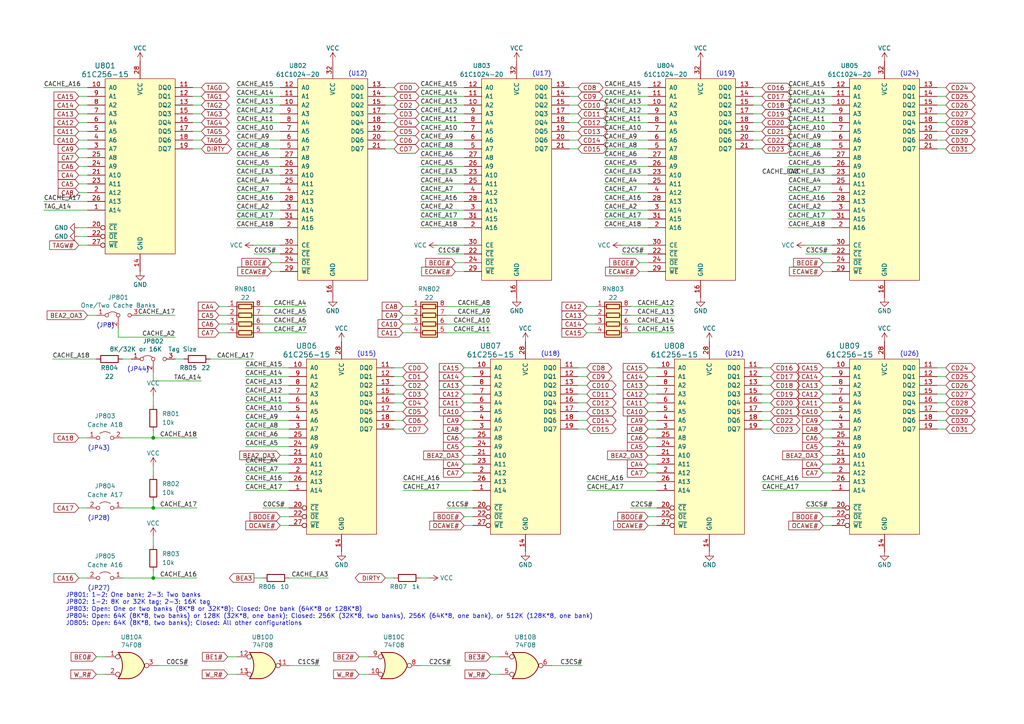
<source format=kicad_sch>
(kicad_sch (version 20211123) (generator eeschema)
  (paper "A4")
  (title_block (title "486 Sandy River Motherboard"))
  (lib_symbols
    (symbol "74xx:74LS08" (pin_names (offset 1.016))
      (property "Reference" "U" (at 0 1.27 0))
      (property "Value" "74LS08" (at 0 -1.27 0))
      (symbol "74LS08_1_1"
        (pin input line (at -7.62 2.54 0) (length 3.81) (name "~") (number "1"))
        (pin input line (at -7.62 -2.54 0) (length 3.81) (name "~") (number "2"))
        (pin output line (at 7.62 0 180) (length 3.81) (name "~") (number "3"))
      )
      (symbol "74LS08_1_2"
        (pin input inverted (at -7.62 2.54 0) (length 4.318) (name "~") (number "1"))
        (pin input inverted (at -7.62 -2.54 0) (length 4.318) (name "~") (number "2"))
        (pin output inverted (at 7.62 0 180) (length 3.81) (name "~") (number "3"))
      )
      (symbol "74LS08_2_1"
        (pin input line (at -7.62 2.54 0) (length 3.81) (name "~") (number "4"))
        (pin input line (at -7.62 -2.54 0) (length 3.81) (name "~") (number "5"))
        (pin output line (at 7.62 0 180) (length 3.81) (name "~") (number "6"))
      )
      (symbol "74LS08_2_2"
        (pin input inverted (at -7.62 2.54 0) (length 4.318) (name "~") (number "4"))
        (pin input inverted (at -7.62 -2.54 0) (length 4.318) (name "~") (number "5"))
        (pin output inverted (at 7.62 0 180) (length 3.81) (name "~") (number "6"))
      )
      (symbol "74LS08_3_1"
        (pin input line (at -7.62 -2.54 0) (length 3.81) (name "~") (number "10"))
        (pin output line (at 7.62 0 180) (length 3.81) (name "~") (number "8"))
        (pin input line (at -7.62 2.54 0) (length 3.81) (name "~") (number "9"))
      )
      (symbol "74LS08_3_2"
        (pin input inverted (at -7.62 -2.54 0) (length 4.318) (name "~") (number "10"))
        (pin output inverted (at 7.62 0 180) (length 3.81) (name "~") (number "8"))
        (pin input inverted (at -7.62 2.54 0) (length 4.318) (name "~") (number "9"))
      )
      (symbol "74LS08_4_1"
        (pin output line (at 7.62 0 180) (length 3.81) (name "~") (number "11"))
        (pin input line (at -7.62 2.54 0) (length 3.81) (name "~") (number "12"))
        (pin input line (at -7.62 -2.54 0) (length 3.81) (name "~") (number "13"))
      )
      (symbol "74LS08_4_2"
        (pin output inverted (at 7.62 0 180) (length 3.81) (name "~") (number "11"))
        (pin input inverted (at -7.62 2.54 0) (length 4.318) (name "~") (number "12"))
        (pin input inverted (at -7.62 -2.54 0) (length 4.318) (name "~") (number "13"))
      )
      (symbol "74LS08_5_0"
        (pin power_in line (at 0 12.7 270) (length 5.08) (name "VCC") (number "14"))
        (pin power_in line (at 0 -12.7 90) (length 5.08) (name "GND") (number "7"))
      )
    )
    (symbol "Device:R" (pin_numbers hide) (pin_names (offset 0))
      (property "Reference" "R" (at 2.032 0 90))
      (property "Value" "R" (at 0 0 90))
      (symbol "R_1_1"
        (pin passive line (at 0 3.81 270) (length 1.27) (name "~") (number "1"))
        (pin passive line (at 0 -3.81 90) (length 1.27) (name "~") (number "2"))
      )
    )
    (symbol "Device:R_Pack04" (pin_names (offset 0) hide)
      (property "Reference" "RN" (at -7.62 0 90))
      (property "Value" "R_Pack04" (at 5.08 0 90))
      (symbol "R_Pack04_1_1"
        (pin passive line (at -5.08 -5.08 90) (length 2.54) (name "R1.1") (number "1"))
        (pin passive line (at -2.54 -5.08 90) (length 2.54) (name "R2.1") (number "2"))
        (pin passive line (at 0 -5.08 90) (length 2.54) (name "R3.1") (number "3"))
        (pin passive line (at 2.54 -5.08 90) (length 2.54) (name "R4.1") (number "4"))
        (pin passive line (at 2.54 5.08 270) (length 2.54) (name "R4.2") (number "5"))
        (pin passive line (at 0 5.08 270) (length 2.54) (name "R3.2") (number "6"))
        (pin passive line (at -2.54 5.08 270) (length 2.54) (name "R2.2") (number "7"))
        (pin passive line (at -5.08 5.08 270) (length 2.54) (name "R1.2") (number "8"))
      )
    )
    (symbol "Jumper:Jumper_2_Open" (pin_names (offset 0) hide)
      (property "Reference" "JP" (at 0 2.794 0))
      (property "Value" "Jumper_2_Open" (at 0 -2.286 0))
      (symbol "Jumper_2_Open_1_1"
        (pin passive line (at -5.08 0 0) (length 2.54) (name "A") (number "1"))
        (pin passive line (at 5.08 0 180) (length 2.54) (name "B") (number "2"))
      )
    )
    (symbol "my_components:AS6C1008" (pin_names (offset 1.016))
      (property "Reference" "U" (at -7.62 33.02 0))
      (property "Value" "AS6C1008" (at -7.62 30.48 0))
      (symbol "AS6C1008_1_1"
        (pin no_connect line (at -10.16 -16.51 0) (length 0) hide (name "NC") (number "1"))
        (pin input line (at -15.24 21.59 0) (length 5.08) (name "A2") (number "10"))
        (pin input line (at -15.24 24.13 0) (length 5.08) (name "A1") (number "11"))
        (pin input line (at -15.24 26.67 0) (length 5.08) (name "A0") (number "12"))
        (pin bidirectional line (at 15.24 26.67 180) (length 5.08) (name "DQ0") (number "13"))
        (pin bidirectional line (at 15.24 24.13 180) (length 5.08) (name "DQ1") (number "14"))
        (pin bidirectional line (at 15.24 21.59 180) (length 5.08) (name "DQ2") (number "15"))
        (pin power_in line (at 0 -34.29 90) (length 5.08) (name "GND") (number "16"))
        (pin bidirectional line (at 15.24 19.05 180) (length 5.08) (name "DQ3") (number "17"))
        (pin bidirectional line (at 15.24 16.51 180) (length 5.08) (name "DQ4") (number "18"))
        (pin bidirectional line (at 15.24 13.97 180) (length 5.08) (name "DQ5") (number "19"))
        (pin input line (at -15.24 -13.97 0) (length 5.08) (name "A16") (number "2"))
        (pin bidirectional line (at 15.24 11.43 180) (length 5.08) (name "DQ6") (number "20"))
        (pin bidirectional line (at 15.24 8.89 180) (length 5.08) (name "DQ7") (number "21"))
        (pin input line (at -15.24 -21.59 0) (length 5.08) (name "~{CE}") (number "22"))
        (pin input line (at -15.24 1.27 0) (length 5.08) (name "A10") (number "23"))
        (pin input line (at -15.24 -24.13 0) (length 5.08) (name "~{OE}") (number "24"))
        (pin input line (at -15.24 -1.27 0) (length 5.08) (name "A11") (number "25"))
        (pin input line (at -15.24 3.81 0) (length 5.08) (name "A9") (number "26"))
        (pin input line (at -15.24 6.35 0) (length 5.08) (name "A8") (number "27"))
        (pin input line (at -15.24 -6.35 0) (length 5.08) (name "A13") (number "28"))
        (pin input line (at -15.24 -26.67 0) (length 5.08) (name "~{WE}") (number "29"))
        (pin input line (at -15.24 -8.89 0) (length 5.08) (name "A14") (number "3"))
        (pin input line (at -15.24 -19.05 0) (length 5.08) (name "CE") (number "30"))
        (pin input line (at -15.24 -11.43 0) (length 5.08) (name "A15") (number "31"))
        (pin power_in line (at 0 34.29 270) (length 5.08) (name "VCC") (number "32"))
        (pin input line (at -15.24 -3.81 0) (length 5.08) (name "A12") (number "4"))
        (pin input line (at -15.24 8.89 0) (length 5.08) (name "A7") (number "5"))
        (pin input line (at -15.24 11.43 0) (length 5.08) (name "A6") (number "6"))
        (pin input line (at -15.24 13.97 0) (length 5.08) (name "A5") (number "7"))
        (pin input line (at -15.24 16.51 0) (length 5.08) (name "A4") (number "8"))
        (pin input line (at -15.24 19.05 0) (length 5.08) (name "A3") (number "9"))
      )
    )
    (symbol "my_components:AS6C62256" (pin_names (offset 1.016))
      (property "Reference" "U" (at -10.16 26.67 0))
      (property "Value" "AS6C62256" (at -10.16 -26.67 0))
      (symbol "AS6C62256_1_1"
        (pin input line (at -15.24 -12.7 0) (length 5.08) (name "A14") (number "1"))
        (pin input line (at -15.24 22.86 0) (length 5.08) (name "A0") (number "10"))
        (pin bidirectional line (at 15.24 22.86 180) (length 5.08) (name "DQ0") (number "11"))
        (pin bidirectional line (at 15.24 20.32 180) (length 5.08) (name "DQ1") (number "12"))
        (pin bidirectional line (at 15.24 17.78 180) (length 5.08) (name "DQ2") (number "13"))
        (pin power_in line (at 0 -30.48 90) (length 5.08) (name "GND") (number "14"))
        (pin bidirectional line (at 15.24 15.24 180) (length 5.08) (name "DQ3") (number "15"))
        (pin bidirectional line (at 15.24 12.7 180) (length 5.08) (name "DQ4") (number "16"))
        (pin bidirectional line (at 15.24 10.16 180) (length 5.08) (name "DQ5") (number "17"))
        (pin bidirectional line (at 15.24 7.62 180) (length 5.08) (name "DQ6") (number "18"))
        (pin bidirectional line (at 15.24 5.08 180) (length 5.08) (name "DQ7") (number "19"))
        (pin input line (at -15.24 -7.62 0) (length 5.08) (name "A12") (number "2"))
        (pin input inverted (at -15.24 -17.78 0) (length 5.08) (name "~{CE}") (number "20"))
        (pin input line (at -15.24 -2.54 0) (length 5.08) (name "A10") (number "21"))
        (pin input inverted (at -15.24 -20.32 0) (length 5.08) (name "~{OE}") (number "22"))
        (pin input line (at -15.24 -5.08 0) (length 5.08) (name "A11") (number "23"))
        (pin input line (at -15.24 0 0) (length 5.08) (name "A9") (number "24"))
        (pin input line (at -15.24 2.54 0) (length 5.08) (name "A8") (number "25"))
        (pin input line (at -15.24 -10.16 0) (length 5.08) (name "A13") (number "26"))
        (pin input inverted (at -15.24 -22.86 0) (length 5.08) (name "~{WE}") (number "27"))
        (pin power_in line (at 0 30.48 270) (length 5.08) (name "VCC") (number "28"))
        (pin input line (at -15.24 5.08 0) (length 5.08) (name "A7") (number "3"))
        (pin input line (at -15.24 7.62 0) (length 5.08) (name "A6") (number "4"))
        (pin input line (at -15.24 10.16 0) (length 5.08) (name "A5") (number "5"))
        (pin input line (at -15.24 12.7 0) (length 5.08) (name "A4") (number "6"))
        (pin input line (at -15.24 15.24 0) (length 5.08) (name "A3") (number "7"))
        (pin input line (at -15.24 17.78 0) (length 5.08) (name "A2") (number "8"))
        (pin input line (at -15.24 20.32 0) (length 5.08) (name "A1") (number "9"))
      )
    )
    (symbol "my_components:Jumper_3_Bridged12_Passive" (pin_names (offset 0) hide)
      (property "Reference" "JP" (at -2.54 -2.54 0))
      (property "Value" "Jumper_3_Bridged12_Passive" (at 0 2.794 0))
      (symbol "Jumper_3_Bridged12_Passive_1_1"
        (pin passive line (at -6.35 0 0) (length 2.54) (name "A") (number "1"))
        (pin passive line (at 0 -3.81 90) (length 2.54) (name "C") (number "2"))
        (pin passive line (at 6.35 0 180) (length 2.54) (name "B") (number "3"))
      )
    )
    (symbol "power:GND" (power) (pin_names (offset 0))
      (property "Value" "GND" (at 0 -3.81 0))
      (symbol "GND_1_1"
        (pin power_in line (at 0 0 270) (length 0) hide (name "GND") (number "1"))
      )
    )
    (symbol "power:VCC" (power) (pin_names (offset 0))
      (property "Value" "VCC" (at 0 3.81 0))
      (symbol "VCC_1_1"
        (pin power_in line (at 0 0 90) (length 0) hide (name "VCC") (number "1"))
      )
    )
  )
  (junction (at 44.45 147.32))
  (junction (at 44.45 127))
  (junction (at 44.45 167.64))
  (wire (pts (xy 134.62 45.72) (xy 121.92 45.72)))
  (wire (pts (xy 167.64 119.38) (xy 170.18 119.38)))
  (wire (pts (xy 73.66 167.64) (xy 76.2 167.64)))
  (wire (pts (xy 83.82 114.3) (xy 71.12 114.3)))
  (wire (pts (xy 271.78 109.22) (xy 274.32 109.22)))
  (wire (pts (xy 119.38 91.44) (xy 116.84 91.44)))
  (wire (pts (xy 137.16 149.86) (xy 134.62 149.86)))
  (wire (pts (xy 25.4 60.96) (xy 12.7 60.96)))
  (wire (pts (xy 218.44 25.4) (xy 220.98 25.4)))
  (wire (pts (xy 137.16 114.3) (xy 134.62 114.3)))
  (wire (pts (xy 116.84 142.24) (xy 137.16 142.24)))
  (wire (pts (xy 81.28 30.48) (xy 68.58 30.48)))
  (wire (pts (xy 167.64 109.22) (xy 170.18 109.22)))
  (wire (pts (xy 34.29 97.79) (xy 34.29 95.25)))
  (wire (pts (xy 241.3 134.62) (xy 238.76 134.62)))
  (wire (pts (xy 60.96 104.14) (xy 73.66 104.14)))
  (wire (pts (xy 187.96 60.96) (xy 175.26 60.96)))
  (wire (pts (xy 114.3 124.46) (xy 116.84 124.46)))
  (wire (pts (xy 137.16 139.7) (xy 116.84 139.7)))
  (wire (pts (xy 83.82 132.08) (xy 81.28 132.08)))
  (wire (pts (xy 190.5 149.86) (xy 187.96 149.86)))
  (wire (pts (xy 81.28 45.72) (xy 68.58 45.72)))
  (wire (pts (xy 241.3 132.08) (xy 238.76 132.08)))
  (wire (pts (xy 241.3 139.7) (xy 220.98 139.7)))
  (wire (pts (xy 271.78 119.38) (xy 274.32 119.38)))
  (wire (pts (xy 25.4 40.64) (xy 22.86 40.64)))
  (wire (pts (xy 134.62 35.56) (xy 121.92 35.56)))
  (wire (pts (xy 228.6 63.5) (xy 241.3 63.5)))
  (wire (pts (xy 165.1 27.94) (xy 167.64 27.94)))
  (wire (pts (xy 241.3 137.16) (xy 238.76 137.16)))
  (wire (pts (xy 25.4 71.12) (xy 22.86 71.12)))
  (wire (pts (xy 220.98 119.38) (xy 223.52 119.38)))
  (wire (pts (xy 137.16 121.92) (xy 134.62 121.92)))
  (wire (pts (xy 241.3 116.84) (xy 238.76 116.84)))
  (wire (pts (xy 30.48 195.58) (xy 27.94 195.58)))
  (wire (pts (xy 182.88 91.44) (xy 195.58 91.44)))
  (wire (pts (xy 76.2 93.98) (xy 88.9 93.98)))
  (wire (pts (xy 220.98 121.92) (xy 223.52 121.92)))
  (wire (pts (xy 55.88 43.18) (xy 58.42 43.18)))
  (wire (pts (xy 15.24 104.14) (xy 27.94 104.14)))
  (wire (pts (xy 218.44 33.02) (xy 220.98 33.02)))
  (wire (pts (xy 220.98 109.22) (xy 223.52 109.22)))
  (wire (pts (xy 167.64 111.76) (xy 170.18 111.76)))
  (wire (pts (xy 44.45 155.575) (xy 44.45 158.115)))
  (wire (pts (xy 271.78 106.68) (xy 274.32 106.68)))
  (wire (pts (xy 27.94 190.5) (xy 30.48 190.5)))
  (wire (pts (xy 114.3 121.92) (xy 116.84 121.92)))
  (wire (pts (xy 81.28 60.96) (xy 68.58 60.96)))
  (wire (pts (xy 271.78 30.48) (xy 274.32 30.48)))
  (wire (pts (xy 220.98 111.76) (xy 223.52 111.76)))
  (wire (pts (xy 35.56 127) (xy 44.45 127)))
  (wire (pts (xy 241.3 27.94) (xy 228.6 27.94)))
  (wire (pts (xy 187.96 53.34) (xy 175.26 53.34)))
  (wire (pts (xy 55.88 40.64) (xy 58.42 40.64)))
  (wire (pts (xy 167.64 121.92) (xy 170.18 121.92)))
  (wire (pts (xy 190.5 111.76) (xy 187.96 111.76)))
  (wire (pts (xy 137.16 152.4) (xy 134.62 152.4)))
  (wire (pts (xy 271.78 114.3) (xy 274.32 114.3)))
  (wire (pts (xy 121.92 66.04) (xy 134.62 66.04)))
  (wire (pts (xy 81.28 53.34) (xy 68.58 53.34)))
  (wire (pts (xy 76.2 96.52) (xy 88.9 96.52)))
  (wire (pts (xy 241.3 53.34) (xy 228.6 53.34)))
  (wire (pts (xy 172.72 96.52) (xy 170.18 96.52)))
  (wire (pts (xy 165.1 40.64) (xy 167.64 40.64)))
  (wire (pts (xy 190.5 121.92) (xy 187.96 121.92)))
  (wire (pts (xy 187.96 35.56) (xy 175.26 35.56)))
  (wire (pts (xy 241.3 35.56) (xy 228.6 35.56)))
  (wire (pts (xy 83.82 147.32) (xy 76.2 147.32)))
  (wire (pts (xy 134.62 48.26) (xy 121.92 48.26)))
  (wire (pts (xy 190.5 147.32) (xy 182.88 147.32)))
  (wire (pts (xy 35.56 167.64) (xy 44.45 167.64)))
  (wire (pts (xy 165.1 43.18) (xy 167.64 43.18)))
  (wire (pts (xy 137.16 116.84) (xy 134.62 116.84)))
  (wire (pts (xy 165.1 38.1) (xy 167.64 38.1)))
  (wire (pts (xy 111.76 35.56) (xy 114.3 35.56)))
  (wire (pts (xy 187.96 73.66) (xy 180.34 73.66)))
  (wire (pts (xy 182.88 93.98) (xy 195.58 93.98)))
  (wire (pts (xy 190.5 109.22) (xy 187.96 109.22)))
  (wire (pts (xy 241.3 40.64) (xy 228.6 40.64)))
  (wire (pts (xy 187.96 78.74) (xy 185.42 78.74)))
  (wire (pts (xy 167.64 116.84) (xy 170.18 116.84)))
  (wire (pts (xy 241.3 33.02) (xy 228.6 33.02)))
  (wire (pts (xy 55.88 33.02) (xy 58.42 33.02)))
  (wire (pts (xy 81.28 25.4) (xy 68.58 25.4)))
  (wire (pts (xy 137.16 137.16) (xy 134.62 137.16)))
  (wire (pts (xy 66.04 93.98) (xy 63.5 93.98)))
  (wire (pts (xy 25.4 91.44) (xy 27.94 91.44)))
  (wire (pts (xy 172.72 88.9) (xy 170.18 88.9)))
  (wire (pts (xy 165.1 35.56) (xy 167.64 35.56)))
  (wire (pts (xy 106.68 195.58) (xy 104.14 195.58)))
  (wire (pts (xy 121.92 167.64) (xy 124.46 167.64)))
  (wire (pts (xy 45.72 193.04) (xy 54.61 193.04)))
  (wire (pts (xy 44.45 167.64) (xy 44.45 165.735)))
  (wire (pts (xy 220.98 142.24) (xy 241.3 142.24)))
  (wire (pts (xy 134.62 76.2) (xy 132.08 76.2)))
  (wire (pts (xy 114.3 114.3) (xy 116.84 114.3)))
  (wire (pts (xy 241.3 25.4) (xy 228.6 25.4)))
  (wire (pts (xy 187.96 48.26) (xy 175.26 48.26)))
  (wire (pts (xy 81.28 71.12) (xy 73.66 71.12)))
  (wire (pts (xy 182.88 96.52) (xy 195.58 96.52)))
  (wire (pts (xy 83.82 149.86) (xy 81.28 149.86)))
  (wire (pts (xy 190.5 132.08) (xy 187.96 132.08)))
  (wire (pts (xy 137.16 106.68) (xy 134.62 106.68)))
  (wire (pts (xy 167.64 106.68) (xy 170.18 106.68)))
  (wire (pts (xy 83.82 119.38) (xy 71.12 119.38)))
  (wire (pts (xy 25.4 48.26) (xy 22.86 48.26)))
  (wire (pts (xy 129.54 93.98) (xy 142.24 93.98)))
  (wire (pts (xy 190.5 127) (xy 187.96 127)))
  (wire (pts (xy 271.78 33.02) (xy 274.32 33.02)))
  (wire (pts (xy 81.28 76.2) (xy 78.74 76.2)))
  (wire (pts (xy 187.96 30.48) (xy 175.26 30.48)))
  (wire (pts (xy 241.3 48.26) (xy 228.6 48.26)))
  (wire (pts (xy 83.82 116.84) (xy 71.12 116.84)))
  (wire (pts (xy 187.96 25.4) (xy 175.26 25.4)))
  (wire (pts (xy 50.8 104.14) (xy 53.34 104.14)))
  (wire (pts (xy 114.3 119.38) (xy 116.84 119.38)))
  (wire (pts (xy 68.58 63.5) (xy 81.28 63.5)))
  (wire (pts (xy 241.3 152.4) (xy 238.76 152.4)))
  (wire (pts (xy 190.5 116.84) (xy 187.96 116.84)))
  (wire (pts (xy 187.96 38.1) (xy 175.26 38.1)))
  (wire (pts (xy 83.82 129.54) (xy 71.12 129.54)))
  (wire (pts (xy 134.62 27.94) (xy 121.92 27.94)))
  (wire (pts (xy 129.54 91.44) (xy 142.24 91.44)))
  (wire (pts (xy 271.78 124.46) (xy 274.32 124.46)))
  (wire (pts (xy 81.28 40.64) (xy 68.58 40.64)))
  (wire (pts (xy 187.96 76.2) (xy 185.42 76.2)))
  (wire (pts (xy 114.3 111.76) (xy 116.84 111.76)))
  (wire (pts (xy 119.38 96.52) (xy 116.84 96.52)))
  (wire (pts (xy 83.82 152.4) (xy 81.28 152.4)))
  (wire (pts (xy 129.54 88.9) (xy 142.24 88.9)))
  (wire (pts (xy 218.44 38.1) (xy 220.98 38.1)))
  (wire (pts (xy 190.5 137.16) (xy 187.96 137.16)))
  (wire (pts (xy 241.3 71.12) (xy 233.68 71.12)))
  (wire (pts (xy 271.78 27.94) (xy 274.32 27.94)))
  (wire (pts (xy 241.3 124.46) (xy 238.76 124.46)))
  (wire (pts (xy 111.76 27.94) (xy 114.3 27.94)))
  (wire (pts (xy 137.16 134.62) (xy 134.62 134.62)))
  (wire (pts (xy 190.5 134.62) (xy 187.96 134.62)))
  (wire (pts (xy 241.3 58.42) (xy 228.6 58.42)))
  (wire (pts (xy 12.7 25.4) (xy 25.4 25.4)))
  (wire (pts (xy 187.96 45.72) (xy 175.26 45.72)))
  (wire (pts (xy 218.44 30.48) (xy 220.98 30.48)))
  (wire (pts (xy 241.3 50.8) (xy 228.6 50.8)))
  (wire (pts (xy 167.64 124.46) (xy 170.18 124.46)))
  (wire (pts (xy 241.3 121.92) (xy 238.76 121.92)))
  (wire (pts (xy 111.76 38.1) (xy 114.3 38.1)))
  (wire (pts (xy 134.62 60.96) (xy 121.92 60.96)))
  (wire (pts (xy 44.45 147.32) (xy 57.15 147.32)))
  (wire (pts (xy 83.82 111.76) (xy 71.12 111.76)))
  (wire (pts (xy 111.76 167.64) (xy 114.3 167.64)))
  (wire (pts (xy 220.98 114.3) (xy 223.52 114.3)))
  (wire (pts (xy 187.96 27.94) (xy 175.26 27.94)))
  (wire (pts (xy 134.62 55.88) (xy 121.92 55.88)))
  (wire (pts (xy 228.6 66.04) (xy 241.3 66.04)))
  (wire (pts (xy 83.82 109.22) (xy 71.12 109.22)))
  (wire (pts (xy 55.88 25.4) (xy 58.42 25.4)))
  (wire (pts (xy 134.62 78.74) (xy 132.08 78.74)))
  (wire (pts (xy 129.54 96.52) (xy 142.24 96.52)))
  (wire (pts (xy 218.44 43.18) (xy 220.98 43.18)))
  (wire (pts (xy 175.26 63.5) (xy 187.96 63.5)))
  (wire (pts (xy 241.3 76.2) (xy 238.76 76.2)))
  (wire (pts (xy 137.16 127) (xy 134.62 127)))
  (wire (pts (xy 220.98 124.46) (xy 223.52 124.46)))
  (wire (pts (xy 81.28 73.66) (xy 73.66 73.66)))
  (wire (pts (xy 190.5 106.68) (xy 187.96 106.68)))
  (wire (pts (xy 241.3 55.88) (xy 228.6 55.88)))
  (wire (pts (xy 114.3 109.22) (xy 116.84 109.22)))
  (wire (pts (xy 111.76 43.18) (xy 114.3 43.18)))
  (wire (pts (xy 55.88 27.94) (xy 58.42 27.94)))
  (wire (pts (xy 81.28 27.94) (xy 68.58 27.94)))
  (wire (pts (xy 81.28 43.18) (xy 68.58 43.18)))
  (wire (pts (xy 134.62 30.48) (xy 121.92 30.48)))
  (wire (pts (xy 25.4 38.1) (xy 22.86 38.1)))
  (wire (pts (xy 44.45 127) (xy 57.15 127)))
  (wire (pts (xy 134.62 25.4) (xy 121.92 25.4)))
  (wire (pts (xy 271.78 35.56) (xy 274.32 35.56)))
  (wire (pts (xy 165.1 33.02) (xy 167.64 33.02)))
  (wire (pts (xy 22.86 147.32) (xy 25.4 147.32)))
  (wire (pts (xy 111.76 25.4) (xy 114.3 25.4)))
  (wire (pts (xy 271.78 25.4) (xy 274.32 25.4)))
  (wire (pts (xy 76.2 91.44) (xy 88.9 91.44)))
  (wire (pts (xy 218.44 27.94) (xy 220.98 27.94)))
  (wire (pts (xy 40.64 91.44) (xy 50.8 91.44)))
  (wire (pts (xy 25.4 66.04) (xy 22.86 66.04)))
  (wire (pts (xy 83.82 167.64) (xy 95.25 167.64)))
  (wire (pts (xy 271.78 121.92) (xy 274.32 121.92)))
  (wire (pts (xy 83.82 193.04) (xy 92.71 193.04)))
  (wire (pts (xy 83.82 139.7) (xy 71.12 139.7)))
  (wire (pts (xy 137.16 124.46) (xy 134.62 124.46)))
  (wire (pts (xy 134.62 50.8) (xy 121.92 50.8)))
  (wire (pts (xy 44.45 135.255) (xy 44.45 137.795)))
  (wire (pts (xy 119.38 93.98) (xy 116.84 93.98)))
  (wire (pts (xy 121.92 63.5) (xy 134.62 63.5)))
  (wire (pts (xy 55.88 35.56) (xy 58.42 35.56)))
  (wire (pts (xy 134.62 43.18) (xy 121.92 43.18)))
  (wire (pts (xy 190.5 119.38) (xy 187.96 119.38)))
  (wire (pts (xy 165.1 30.48) (xy 167.64 30.48)))
  (wire (pts (xy 187.96 71.12) (xy 180.34 71.12)))
  (wire (pts (xy 187.96 50.8) (xy 175.26 50.8)))
  (wire (pts (xy 190.5 124.46) (xy 187.96 124.46)))
  (wire (pts (xy 241.3 60.96) (xy 228.6 60.96)))
  (wire (pts (xy 55.88 38.1) (xy 58.42 38.1)))
  (wire (pts (xy 241.3 111.76) (xy 238.76 111.76)))
  (wire (pts (xy 187.96 40.64) (xy 175.26 40.64)))
  (wire (pts (xy 220.98 116.84) (xy 223.52 116.84)))
  (wire (pts (xy 35.56 104.14) (xy 38.1 104.14)))
  (wire (pts (xy 22.86 167.64) (xy 25.4 167.64)))
  (wire (pts (xy 111.76 30.48) (xy 114.3 30.48)))
  (wire (pts (xy 144.78 195.58) (xy 142.24 195.58)))
  (wire (pts (xy 172.72 93.98) (xy 170.18 93.98)))
  (wire (pts (xy 81.28 48.26) (xy 68.58 48.26)))
  (wire (pts (xy 134.62 73.66) (xy 127 73.66)))
  (wire (pts (xy 190.5 129.54) (xy 187.96 129.54)))
  (wire (pts (xy 220.98 106.68) (xy 223.52 106.68)))
  (wire (pts (xy 119.38 88.9) (xy 116.84 88.9)))
  (wire (pts (xy 66.04 96.52) (xy 63.5 96.52)))
  (wire (pts (xy 241.3 129.54) (xy 238.76 129.54)))
  (wire (pts (xy 175.26 66.04) (xy 187.96 66.04)))
  (wire (pts (xy 241.3 106.68) (xy 238.76 106.68)))
  (wire (pts (xy 241.3 109.22) (xy 238.76 109.22)))
  (wire (pts (xy 68.58 195.58) (xy 66.04 195.58)))
  (wire (pts (xy 187.96 55.88) (xy 175.26 55.88)))
  (wire (pts (xy 187.96 43.18) (xy 175.26 43.18)))
  (wire (pts (xy 81.28 50.8) (xy 68.58 50.8)))
  (wire (pts (xy 218.44 35.56) (xy 220.98 35.56)))
  (wire (pts (xy 167.64 114.3) (xy 170.18 114.3)))
  (wire (pts (xy 271.78 111.76) (xy 274.32 111.76)))
  (wire (pts (xy 218.44 40.64) (xy 220.98 40.64)))
  (wire (pts (xy 121.92 193.04) (xy 130.81 193.04)))
  (wire (pts (xy 241.3 149.86) (xy 238.76 149.86)))
  (wire (pts (xy 134.62 38.1) (xy 121.92 38.1)))
  (wire (pts (xy 190.5 152.4) (xy 187.96 152.4)))
  (wire (pts (xy 190.5 139.7) (xy 170.18 139.7)))
  (wire (pts (xy 134.62 58.42) (xy 121.92 58.42)))
  (wire (pts (xy 12.7 58.42) (xy 25.4 58.42)))
  (wire (pts (xy 25.4 53.34) (xy 22.86 53.34)))
  (wire (pts (xy 137.16 129.54) (xy 134.62 129.54)))
  (wire (pts (xy 25.4 45.72) (xy 22.86 45.72)))
  (wire (pts (xy 241.3 127) (xy 238.76 127)))
  (wire (pts (xy 241.3 78.74) (xy 238.76 78.74)))
  (wire (pts (xy 165.1 25.4) (xy 167.64 25.4)))
  (wire (pts (xy 137.16 111.76) (xy 134.62 111.76)))
  (wire (pts (xy 83.82 127) (xy 71.12 127)))
  (wire (pts (xy 134.62 40.64) (xy 121.92 40.64)))
  (wire (pts (xy 81.28 55.88) (xy 68.58 55.88)))
  (wire (pts (xy 241.3 73.66) (xy 233.68 73.66)))
  (wire (pts (xy 137.16 132.08) (xy 134.62 132.08)))
  (wire (pts (xy 50.8 97.79) (xy 34.29 97.79)))
  (wire (pts (xy 160.02 193.04) (xy 168.91 193.04)))
  (wire (pts (xy 111.76 40.64) (xy 114.3 40.64)))
  (wire (pts (xy 241.3 45.72) (xy 228.6 45.72)))
  (wire (pts (xy 83.82 121.92) (xy 71.12 121.92)))
  (wire (pts (xy 187.96 58.42) (xy 175.26 58.42)))
  (wire (pts (xy 271.78 38.1) (xy 274.32 38.1)))
  (wire (pts (xy 137.16 119.38) (xy 134.62 119.38)))
  (wire (pts (xy 81.28 38.1) (xy 68.58 38.1)))
  (wire (pts (xy 81.28 33.02) (xy 68.58 33.02)))
  (wire (pts (xy 66.04 88.9) (xy 63.5 88.9)))
  (wire (pts (xy 66.04 190.5) (xy 68.58 190.5)))
  (wire (pts (xy 25.4 55.88) (xy 22.86 55.88)))
  (wire (pts (xy 134.62 33.02) (xy 121.92 33.02)))
  (wire (pts (xy 22.86 127) (xy 25.4 127)))
  (wire (pts (xy 55.88 30.48) (xy 58.42 30.48)))
  (wire (pts (xy 25.4 35.56) (xy 22.86 35.56)))
  (wire (pts (xy 241.3 119.38) (xy 238.76 119.38)))
  (wire (pts (xy 83.82 137.16) (xy 71.12 137.16)))
  (wire (pts (xy 25.4 33.02) (xy 22.86 33.02)))
  (wire (pts (xy 44.45 167.64) (xy 57.15 167.64)))
  (wire (pts (xy 44.45 127) (xy 44.45 125.095)))
  (wire (pts (xy 83.82 106.68) (xy 71.12 106.68)))
  (wire (pts (xy 44.45 107.95) (xy 44.45 110.49)))
  (wire (pts (xy 76.2 88.9) (xy 88.9 88.9)))
  (wire (pts (xy 44.45 147.32) (xy 44.45 145.415)))
  (wire (pts (xy 271.78 40.64) (xy 274.32 40.64)))
  (wire (pts (xy 114.3 106.68) (xy 116.84 106.68)))
  (wire (pts (xy 170.18 142.24) (xy 190.5 142.24)))
  (wire (pts (xy 190.5 114.3) (xy 187.96 114.3)))
  (wire (pts (xy 104.14 190.5) (xy 106.68 190.5)))
  (wire (pts (xy 25.4 30.48) (xy 22.86 30.48)))
  (wire (pts (xy 241.3 30.48) (xy 228.6 30.48)))
  (wire (pts (xy 81.28 58.42) (xy 68.58 58.42)))
  (wire (pts (xy 83.82 124.46) (xy 71.12 124.46)))
  (wire (pts (xy 44.45 110.49) (xy 58.42 110.49)))
  (wire (pts (xy 137.16 109.22) (xy 134.62 109.22)))
  (wire (pts (xy 271.78 116.84) (xy 274.32 116.84)))
  (wire (pts (xy 25.4 43.18) (xy 22.86 43.18)))
  (wire (pts (xy 271.78 43.18) (xy 274.32 43.18)))
  (wire (pts (xy 137.16 147.32) (xy 129.54 147.32)))
  (wire (pts (xy 134.62 71.12) (xy 127 71.12)))
  (wire (pts (xy 81.28 35.56) (xy 68.58 35.56)))
  (wire (pts (xy 114.3 116.84) (xy 116.84 116.84)))
  (wire (pts (xy 66.04 91.44) (xy 63.5 91.44)))
  (wire (pts (xy 172.72 91.44) (xy 170.18 91.44)))
  (wire (pts (xy 134.62 53.34) (xy 121.92 53.34)))
  (wire (pts (xy 25.4 27.94) (xy 22.86 27.94)))
  (wire (pts (xy 182.88 88.9) (xy 195.58 88.9)))
  (wire (pts (xy 81.28 78.74) (xy 78.74 78.74)))
  (wire (pts (xy 187.96 33.02) (xy 175.26 33.02)))
  (wire (pts (xy 142.24 190.5) (xy 144.78 190.5)))
  (wire (pts (xy 71.12 142.24) (xy 83.82 142.24)))
  (wire (pts (xy 25.4 50.8) (xy 22.86 50.8)))
  (wire (pts (xy 111.76 33.02) (xy 114.3 33.02)))
  (wire (pts (xy 68.58 66.04) (xy 81.28 66.04)))
  (wire (pts (xy 35.56 147.32) (xy 44.45 147.32)))
  (wire (pts (xy 241.3 147.32) (xy 233.68 147.32)))
  (wire (pts (xy 44.45 114.935) (xy 44.45 117.475)))
  (wire (pts (xy 241.3 114.3) (xy 238.76 114.3)))
  (wire (pts (xy 241.3 43.18) (xy 228.6 43.18)))
  (wire (pts (xy 83.82 134.62) (xy 71.12 134.62)))
  (wire (pts (xy 241.3 38.1) (xy 228.6 38.1)))
  (wire (pts (xy 22.86 68.58) (xy 25.4 68.58)))
  (text "(U18)" (at 156.845 103.505 0) (effects (font (size 1.27 1.27)) (justify left bottom)))
  (text "JP801: 1-2: One bank; 2-3: Two banks\nJP802: 1-2: 8K or 32K tag; 2-3: 16K tag\nJP803: Open: One or two banks (8K*8 or 32K*8); Closed: One bank (64K*8 or 128K*8)\nJP804: Open: 64K (8K*8, two banks) or 128K (32K*8, one bank); Closed: 256K (32K*8, two banks), 256K (64K*8, one bank), or 512K (128K*8, one bank)\nJO805: Open: 64K (8K*8, two banks); Closed: All other configurations" (at 19.05 181.61 0) (effects (font (size 1.27 1.27)) (justify left bottom)))
  (text "(U21)" (at 210.185 103.505 0) (effects (font (size 1.27 1.27)) (justify left bottom)))
  (text "(U26)" (at 260.985 103.505 0) (effects (font (size 1.27 1.27)) (justify left bottom)))
  (text "(JP8)" (at 27.94 95.25 0) (effects (font (size 1.27 1.27)) (justify left bottom)))
  (text "(U24)" (at 260.985 22.225 0) (effects (font (size 1.27 1.27)) (justify left bottom)))
  (text "(JP27)" (at 25.4 171.45 0) (effects (font (size 1.27 1.27)) (justify left bottom)))
  (text "(U12)" (at 100.965 22.225 0) (effects (font (size 1.27 1.27)) (justify left bottom)))
  (text "(U17)" (at 154.305 22.225 0) (effects (font (size 1.27 1.27)) (justify left bottom)))
  (text "(JP44)" (at 36.83 107.95 0) (effects (font (size 1.27 1.27)) (justify left bottom)))
  (text "(U19)" (at 207.645 22.225 0) (effects (font (size 1.27 1.27)) (justify left bottom)))
  (text "(JP43)" (at 25.4 130.81 0) (effects (font (size 1.27 1.27)) (justify left bottom)))
  (text "(JP28)" (at 25.4 151.13 0) (effects (font (size 1.27 1.27)) (justify left bottom)))
  (text "(U15)" (at 103.505 103.505 0) (effects (font (size 1.27 1.27)) (justify left bottom)))
  (label "CACHE_A8" (at 175.26 43.18 0))
  (label "CACHE_A15" (at 195.58 96.52 180))
  (label "CACHE_A11" (at 175.26 35.56 0))
  (label "C1CS#" (at 129.54 147.32 0))
  (label "CACHE_A11" (at 228.6 35.56 0))
  (label "CACHE_A16" (at 121.92 58.42 0))
  (label "CACHE_A11" (at 142.24 96.52 180))
  (label "CACHE_A15" (at 71.12 106.68 0))
  (label "CACHE_A8" (at 121.92 43.18 0))
  (label "CACHE_A12" (at 71.12 114.3 0))
  (label "CACHE_A16" (at 220.98 139.7 0))
  (label "CACHE_A7" (at 88.9 96.52 180))
  (label "CACHE_A8" (at 142.24 88.9 180))
  (label "CACHE_A16" (at 228.6 58.42 0))
  (label "CACHE_A4" (at 121.92 53.34 0))
  (label "C0CS#" (at 76.2 147.32 0))
  (label "CACHE_A16" (at 116.84 139.7 0))
  (label "C3CS#" (at 233.68 147.32 0))
  (label "C3CS#" (at 168.91 193.04 180))
  (label "CACHE_A14" (at 71.12 109.22 0))
  (label "CACHE_A13" (at 121.92 30.48 0))
  (label "CACHE_A5" (at 68.58 48.26 0))
  (label "C2CS#" (at 182.88 147.32 0))
  (label "CACHE_A11" (at 71.12 116.84 0))
  (label "CACHE_A17" (at 116.84 142.24 0))
  (label "CACHE_A9" (at 228.6 40.64 0))
  (label "CACHE_A8" (at 228.6 43.18 0))
  (label "CACHE_A10" (at 68.58 38.1 0))
  (label "CACHE_A10" (at 121.92 38.1 0))
  (label "CACHE_A5" (at 71.12 129.54 0))
  (label "CACHE_A17" (at 57.15 147.32 180))
  (label "CACHE_A5" (at 228.6 48.26 0))
  (label "CACHE_A5" (at 175.26 48.26 0))
  (label "CACHE_A13" (at 71.12 111.76 0))
  (label "CACHE_A16" (at 170.18 139.7 0))
  (label "CACHE_EA3" (at 228.6 50.8 0))
  (label "CACHE_A15" (at 175.26 25.4 0))
  (label "CACHE_A18" (at 68.58 66.04 0))
  (label "TAG_A14" (at 58.42 110.49 180))
  (label "CACHE_A17" (at 50.8 91.44 180))
  (label "C2CS#" (at 130.81 193.04 180))
  (label "CACHE_A18" (at 57.15 127 180))
  (label "CACHE_A8" (at 71.12 124.46 0))
  (label "CACHE_A18" (at 121.92 66.04 0))
  (label "CACHE_A14" (at 121.92 27.94 0))
  (label "CACHE_A4" (at 228.6 53.34 0))
  (label "CACHE_A6" (at 71.12 127 0))
  (label "CACHE_A9" (at 142.24 91.44 180))
  (label "CACHE_A7" (at 121.92 55.88 0))
  (label "TAG_A14" (at 12.7 60.96 0))
  (label "CACHE_A2" (at 68.58 60.96 0))
  (label "CACHE_A9" (at 175.26 40.64 0))
  (label "CACHE_A15" (at 68.58 25.4 0))
  (label "CACHE_A16" (at 57.15 167.64 180))
  (label "CACHE_A4" (at 68.58 53.34 0))
  (label "CACHE_A17" (at 228.6 63.5 0))
  (label "CACHE_A13" (at 195.58 91.44 180))
  (label "CACHE_EA3" (at 95.25 167.64 180))
  (label "CACHE_A7" (at 228.6 55.88 0))
  (label "CACHE_A14" (at 68.58 27.94 0))
  (label "CACHE_A13" (at 228.6 30.48 0))
  (label "CACHE_EA3" (at 220.98 50.8 0))
  (label "CACHE_A5" (at 121.92 48.26 0))
  (label "CACHE_A11" (at 68.58 35.56 0))
  (label "CACHE_EA3" (at 68.58 50.8 0))
  (label "CACHE_A17" (at 170.18 142.24 0))
  (label "CACHE_A6" (at 121.92 45.72 0))
  (label "CACHE_A10" (at 142.24 93.98 180))
  (label "CACHE_A6" (at 68.58 45.72 0))
  (label "CACHE_A4" (at 175.26 53.34 0))
  (label "CACHE_A2" (at 228.6 60.96 0))
  (label "CACHE_A7" (at 68.58 55.88 0))
  (label "CACHE_A18" (at 15.24 104.14 0))
  (label "CACHE_EA3" (at 175.26 50.8 0))
  (label "CACHE_A17" (at 12.7 58.42 0))
  (label "CACHE_EA3" (at 121.92 50.8 0))
  (label "CACHE_A2" (at 121.92 60.96 0))
  (label "CACHE_A17" (at 175.26 63.5 0))
  (label "CACHE_A8" (at 68.58 43.18 0))
  (label "CACHE_A2" (at 50.8 97.79 180))
  (label "CACHE_A7" (at 71.12 137.16 0))
  (label "CACHE_A6" (at 228.6 45.72 0))
  (label "CACHE_A2" (at 175.26 60.96 0))
  (label "CACHE_A10" (at 71.12 119.38 0))
  (label "CACHE_A13" (at 68.58 30.48 0))
  (label "CACHE_A12" (at 228.6 33.02 0))
  (label "CACHE_A10" (at 175.26 38.1 0))
  (label "C3CS#" (at 233.68 73.66 0))
  (label "CACHE_A17" (at 71.12 142.24 0))
  (label "CACHE_A15" (at 228.6 25.4 0))
  (label "CACHE_A9" (at 121.92 40.64 0))
  (label "CACHE_A10" (at 228.6 38.1 0))
  (label "CACHE_A11" (at 121.92 35.56 0))
  (label "CACHE_A5" (at 88.9 91.44 180))
  (label "CACHE_A6" (at 175.26 45.72 0))
  (label "CACHE_A17" (at 220.98 142.24 0))
  (label "CACHE_A9" (at 71.12 121.92 0))
  (label "C0CS#" (at 73.66 73.66 0))
  (label "CACHE_A12" (at 175.26 33.02 0))
  (label "CACHE_A15" (at 121.92 25.4 0))
  (label "CACHE_A13" (at 175.26 30.48 0))
  (label "CACHE_A12" (at 121.92 33.02 0))
  (label "CACHE_A16" (at 175.26 58.42 0))
  (label "CACHE_A4" (at 88.9 88.9 180))
  (label "CACHE_A12" (at 68.58 33.02 0))
  (label "CACHE_A14" (at 195.58 93.98 180))
  (label "C1CS#" (at 127 73.66 0))
  (label "CACHE_A7" (at 175.26 55.88 0))
  (label "CACHE_A16" (at 68.58 58.42 0))
  (label "CACHE_A17" (at 68.58 63.5 0))
  (label "CACHE_A18" (at 228.6 66.04 0))
  (label "C1CS#" (at 92.71 193.04 180))
  (label "CACHE_A17" (at 73.66 104.14 180))
  (label "CACHE_A12" (at 195.58 88.9 180))
  (label "CACHE_A16" (at 12.7 25.4 0))
  (label "CACHE_A9" (at 68.58 40.64 0))
  (label "CACHE_A4" (at 71.12 134.62 0))
  (label "C0CS#" (at 54.61 193.04 180))
  (label "C2CS#" (at 180.34 73.66 0))
  (label "CACHE_A14" (at 175.26 27.94 0))
  (label "CACHE_A16" (at 71.12 139.7 0))
  (label "CACHE_A18" (at 175.26 66.04 0))
  (label "CACHE_A17" (at 121.92 63.5 0))
  (label "CACHE_A6" (at 88.9 93.98 180))
  (label "CACHE_A14" (at 228.6 27.94 0))
  (global_label "CA14" (shape input) (at 134.62 109.22 180) (property "Intersheet References" "${INTERSHEET_REFS}" (effects hide)))
  (global_label "CD8" (shape bidirectional) (at 167.64 25.4 0) (property "Intersheet References" "${INTERSHEET_REFS}" (effects hide)))
  (global_label "CD4" (shape bidirectional) (at 116.84 116.84 0) (property "Intersheet References" "${INTERSHEET_REFS}" (effects hide)))
  (global_label "CD22" (shape bidirectional) (at 220.98 40.64 0) (property "Intersheet References" "${INTERSHEET_REFS}" (effects hide)))
  (global_label "BEA2_OA3" (shape input) (at 134.62 132.08 180) (property "Intersheet References" "${INTERSHEET_REFS}" (effects hide)))
  (global_label "CA9" (shape input) (at 238.76 121.92 180) (property "Intersheet References" "${INTERSHEET_REFS}" (effects hide)))
  (global_label "CD5" (shape bidirectional) (at 116.84 119.38 0) (property "Intersheet References" "${INTERSHEET_REFS}" (effects hide)))
  (global_label "BEA2_OA3" (shape input) (at 81.28 132.08 180) (property "Intersheet References" "${INTERSHEET_REFS}" (effects hide)))
  (global_label "CD3" (shape bidirectional) (at 116.84 114.3 0) (property "Intersheet References" "${INTERSHEET_REFS}" (effects hide)))
  (global_label "TAG5" (shape bidirectional) (at 58.42 38.1 0) (property "Intersheet References" "${INTERSHEET_REFS}" (effects hide)))
  (global_label "CD23" (shape bidirectional) (at 223.52 124.46 0) (property "Intersheet References" "${INTERSHEET_REFS}" (effects hide)))
  (global_label "CD29" (shape bidirectional) (at 274.32 119.38 0) (property "Intersheet References" "${INTERSHEET_REFS}" (effects hide)))
  (global_label "CD15" (shape bidirectional) (at 170.18 124.46 0) (property "Intersheet References" "${INTERSHEET_REFS}" (effects hide)))
  (global_label "CD1" (shape bidirectional) (at 114.3 27.94 0) (property "Intersheet References" "${INTERSHEET_REFS}" (effects hide)))
  (global_label "CA6" (shape input) (at 63.5 93.98 180) (property "Intersheet References" "${INTERSHEET_REFS}" (effects hide)))
  (global_label "CD26" (shape bidirectional) (at 274.32 30.48 0) (property "Intersheet References" "${INTERSHEET_REFS}" (effects hide)))
  (global_label "CA13" (shape input) (at 134.62 111.76 180) (property "Intersheet References" "${INTERSHEET_REFS}" (effects hide)))
  (global_label "CD0" (shape bidirectional) (at 116.84 106.68 0) (property "Intersheet References" "${INTERSHEET_REFS}" (effects hide)))
  (global_label "DIRTY" (shape bidirectional) (at 111.76 167.64 180) (property "Intersheet References" "${INTERSHEET_REFS}" (effects hide)))
  (global_label "CD18" (shape bidirectional) (at 223.52 111.76 0) (property "Intersheet References" "${INTERSHEET_REFS}" (effects hide)))
  (global_label "ECAWE#" (shape input) (at 185.42 78.74 180) (property "Intersheet References" "${INTERSHEET_REFS}" (effects hide)))
  (global_label "W_R#" (shape input) (at 66.04 195.58 180) (property "Intersheet References" "${INTERSHEET_REFS}" (effects hide)))
  (global_label "CA6" (shape input) (at 187.96 127 180) (property "Intersheet References" "${INTERSHEET_REFS}" (effects hide)))
  (global_label "CD4" (shape bidirectional) (at 114.3 35.56 0) (property "Intersheet References" "${INTERSHEET_REFS}" (effects hide)))
  (global_label "CA14" (shape input) (at 22.86 30.48 180) (property "Intersheet References" "${INTERSHEET_REFS}" (effects hide)))
  (global_label "CD21" (shape bidirectional) (at 223.52 119.38 0) (property "Intersheet References" "${INTERSHEET_REFS}" (effects hide)))
  (global_label "CA6" (shape input) (at 238.76 127 180) (property "Intersheet References" "${INTERSHEET_REFS}" (effects hide)))
  (global_label "CA13" (shape input) (at 238.76 111.76 180) (property "Intersheet References" "${INTERSHEET_REFS}" (effects hide)))
  (global_label "CA10" (shape input) (at 134.62 119.38 180) (property "Intersheet References" "${INTERSHEET_REFS}" (effects hide)))
  (global_label "CA14" (shape input) (at 187.96 109.22 180) (property "Intersheet References" "${INTERSHEET_REFS}" (effects hide)))
  (global_label "W_R#" (shape input) (at 142.24 195.58 180) (property "Intersheet References" "${INTERSHEET_REFS}" (effects hide)))
  (global_label "BE1#" (shape input) (at 66.04 190.5 180) (property "Intersheet References" "${INTERSHEET_REFS}" (effects hide)))
  (global_label "BE2#" (shape input) (at 104.14 190.5 180) (property "Intersheet References" "${INTERSHEET_REFS}" (effects hide)))
  (global_label "CD28" (shape bidirectional) (at 274.32 116.84 0) (property "Intersheet References" "${INTERSHEET_REFS}" (effects hide)))
  (global_label "W_R#" (shape input) (at 27.94 195.58 180) (property "Intersheet References" "${INTERSHEET_REFS}" (effects hide)))
  (global_label "CD2" (shape bidirectional) (at 114.3 30.48 0) (property "Intersheet References" "${INTERSHEET_REFS}" (effects hide)))
  (global_label "BEA2_OA3" (shape input) (at 25.4 91.44 180) (property "Intersheet References" "${INTERSHEET_REFS}" (effects hide)))
  (global_label "CA9" (shape input) (at 22.86 43.18 180) (property "Intersheet References" "${INTERSHEET_REFS}" (effects hide)))
  (global_label "BEA3" (shape output) (at 73.66 167.64 180) (property "Intersheet References" "${INTERSHEET_REFS}" (effects hide)))
  (global_label "TAG6" (shape bidirectional) (at 58.42 40.64 0) (property "Intersheet References" "${INTERSHEET_REFS}" (effects hide)))
  (global_label "CD26" (shape bidirectional) (at 274.32 111.76 0) (property "Intersheet References" "${INTERSHEET_REFS}" (effects hide)))
  (global_label "CD6" (shape bidirectional) (at 114.3 40.64 0) (property "Intersheet References" "${INTERSHEET_REFS}" (effects hide)))
  (global_label "BE0#" (shape input) (at 27.94 190.5 180) (property "Intersheet References" "${INTERSHEET_REFS}" (effects hide)))
  (global_label "CD27" (shape bidirectional) (at 274.32 33.02 0) (property "Intersheet References" "${INTERSHEET_REFS}" (effects hide)))
  (global_label "CD28" (shape bidirectional) (at 274.32 35.56 0) (property "Intersheet References" "${INTERSHEET_REFS}" (effects hide)))
  (global_label "CD13" (shape bidirectional) (at 170.18 119.38 0) (property "Intersheet References" "${INTERSHEET_REFS}" (effects hide)))
  (global_label "CA13" (shape input) (at 22.86 33.02 180) (property "Intersheet References" "${INTERSHEET_REFS}" (effects hide)))
  (global_label "CD1" (shape bidirectional) (at 116.84 109.22 0) (property "Intersheet References" "${INTERSHEET_REFS}" (effects hide)))
  (global_label "CA4" (shape input) (at 187.96 134.62 180) (property "Intersheet References" "${INTERSHEET_REFS}" (effects hide)))
  (global_label "CA12" (shape input) (at 187.96 114.3 180) (property "Intersheet References" "${INTERSHEET_REFS}" (effects hide)))
  (global_label "CD8" (shape bidirectional) (at 170.18 106.68 0) (property "Intersheet References" "${INTERSHEET_REFS}" (effects hide)))
  (global_label "CA9" (shape input) (at 187.96 121.92 180) (property "Intersheet References" "${INTERSHEET_REFS}" (effects hide)))
  (global_label "CA7" (shape input) (at 22.86 45.72 180) (property "Intersheet References" "${INTERSHEET_REFS}" (effects hide)))
  (global_label "OCAWE#" (shape input) (at 187.96 152.4 180) (property "Intersheet References" "${INTERSHEET_REFS}" (effects hide)))
  (global_label "CA8" (shape input) (at 116.84 88.9 180) (property "Intersheet References" "${INTERSHEET_REFS}" (effects hide)))
  (global_label "CA15" (shape input) (at 170.18 96.52 180) (property "Intersheet References" "${INTERSHEET_REFS}" (effects hide)))
  (global_label "CA7" (shape input) (at 134.62 137.16 180) (property "Intersheet References" "${INTERSHEET_REFS}" (effects hide)))
  (global_label "BEOE#" (shape input) (at 238.76 76.2 180) (property "Intersheet References" "${INTERSHEET_REFS}" (effects hide)))
  (global_label "DIRTY" (shape bidirectional) (at 58.42 43.18 0) (property "Intersheet References" "${INTERSHEET_REFS}" (effects hide)))
  (global_label "CD17" (shape bidirectional) (at 220.98 27.94 0) (property "Intersheet References" "${INTERSHEET_REFS}" (effects hide)))
  (global_label "CD16" (shape bidirectional) (at 223.52 106.68 0) (property "Intersheet References" "${INTERSHEET_REFS}" (effects hide)))
  (global_label "CA12" (shape input) (at 22.86 35.56 180) (property "Intersheet References" "${INTERSHEET_REFS}" (effects hide)))
  (global_label "CA4" (shape input) (at 238.76 134.62 180) (property "Intersheet References" "${INTERSHEET_REFS}" (effects hide)))
  (global_label "CA15" (shape input) (at 238.76 106.68 180) (property "Intersheet References" "${INTERSHEET_REFS}" (effects hide)))
  (global_label "CA5" (shape input) (at 238.76 129.54 180) (property "Intersheet References" "${INTERSHEET_REFS}" (effects hide)))
  (global_label "CA8" (shape input) (at 134.62 124.46 180) (property "Intersheet References" "${INTERSHEET_REFS}" (effects hide)))
  (global_label "CD21" (shape bidirectional) (at 220.98 38.1 0) (property "Intersheet References" "${INTERSHEET_REFS}" (effects hide)))
  (global_label "CD14" (shape bidirectional) (at 167.64 40.64 0) (property "Intersheet References" "${INTERSHEET_REFS}" (effects hide)))
  (global_label "CA6" (shape input) (at 134.62 127 180) (property "Intersheet References" "${INTERSHEET_REFS}" (effects hide)))
  (global_label "CA7" (shape input) (at 63.5 96.52 180) (property "Intersheet References" "${INTERSHEET_REFS}" (effects hide)))
  (global_label "BE3#" (shape input) (at 142.24 190.5 180) (property "Intersheet References" "${INTERSHEET_REFS}" (effects hide)))
  (global_label "CA10" (shape input) (at 22.86 40.64 180) (property "Intersheet References" "${INTERSHEET_REFS}" (effects hide)))
  (global_label "CA8" (shape input) (at 22.86 55.88 180) (property "Intersheet References" "${INTERSHEET_REFS}" (effects hide)))
  (global_label "CD12" (shape bidirectional) (at 167.64 35.56 0) (property "Intersheet References" "${INTERSHEET_REFS}" (effects hide)))
  (global_label "TAG4" (shape bidirectional) (at 58.42 35.56 0) (property "Intersheet References" "${INTERSHEET_REFS}" (effects hide)))
  (global_label "CD31" (shape bidirectional) (at 274.32 124.46 0) (property "Intersheet References" "${INTERSHEET_REFS}" (effects hide)))
  (global_label "BEOE#" (shape input) (at 78.74 76.2 180) (property "Intersheet References" "${INTERSHEET_REFS}" (effects hide)))
  (global_label "CA4" (shape input) (at 63.5 88.9 180) (property "Intersheet References" "${INTERSHEET_REFS}" (effects hide)))
  (global_label "CD31" (shape bidirectional) (at 274.32 43.18 0) (property "Intersheet References" "${INTERSHEET_REFS}" (effects hide)))
  (global_label "CD18" (shape bidirectional) (at 220.98 30.48 0) (property "Intersheet References" "${INTERSHEET_REFS}" (effects hide)))
  (global_label "CD16" (shape bidirectional) (at 220.98 25.4 0) (property "Intersheet References" "${INTERSHEET_REFS}" (effects hide)))
  (global_label "BEA2_OA3" (shape input) (at 187.96 132.08 180) (property "Intersheet References" "${INTERSHEET_REFS}" (effects hide)))
  (global_label "CA7" (shape input) (at 238.76 137.16 180) (property "Intersheet References" "${INTERSHEET_REFS}" (effects hide)))
  (global_label "CD22" (shape bidirectional) (at 223.52 121.92 0) (property "Intersheet References" "${INTERSHEET_REFS}" (effects hide)))
  (global_label "CD20" (shape bidirectional) (at 223.52 116.84 0) (property "Intersheet References" "${INTERSHEET_REFS}" (effects hide)))
  (global_label "CA5" (shape input) (at 63.5 91.44 180) (property "Intersheet References" "${INTERSHEET_REFS}" (effects hide)))
  (global_label "CD27" (shape bidirectional) (at 274.32 114.3 0) (property "Intersheet References" "${INTERSHEET_REFS}" (effects hide)))
  (global_label "CD11" (shape bidirectional) (at 167.64 33.02 0) (property "Intersheet References" "${INTERSHEET_REFS}" (effects hide)))
  (global_label "CD11" (shape bidirectional) (at 170.18 114.3 0) (property "Intersheet References" "${INTERSHEET_REFS}" (effects hide)))
  (global_label "CA10" (shape input) (at 187.96 119.38 180) (property "Intersheet References" "${INTERSHEET_REFS}" (effects hide)))
  (global_label "BEOE#" (shape input) (at 132.08 76.2 180) (property "Intersheet References" "${INTERSHEET_REFS}" (effects hide)))
  (global_label "CD17" (shape bidirectional) (at 223.52 109.22 0) (property "Intersheet References" "${INTERSHEET_REFS}" (effects hide)))
  (global_label "CA15" (shape input) (at 134.62 106.68 180) (property "Intersheet References" "${INTERSHEET_REFS}" (effects hide)))
  (global_label "ECAWE#" (shape input) (at 132.08 78.74 180) (property "Intersheet References" "${INTERSHEET_REFS}" (effects hide)))
  (global_label "BOOE#" (shape input) (at 134.62 149.86 180) (property "Intersheet References" "${INTERSHEET_REFS}" (effects hide)))
  (global_label "CA10" (shape input) (at 116.84 93.98 180) (property "Intersheet References" "${INTERSHEET_REFS}" (effects hide)))
  (global_label "CD25" (shape bidirectional) (at 274.32 27.94 0) (property "Intersheet References" "${INTERSHEET_REFS}" (effects hide)))
  (global_label "CA12" (shape input) (at 238.76 114.3 180) (property "Intersheet References" "${INTERSHEET_REFS}" (effects hide)))
  (global_label "CD2" (shape bidirectional) (at 116.84 111.76 0) (property "Intersheet References" "${INTERSHEET_REFS}" (effects hide)))
  (global_label "TAG0" (shape bidirectional) (at 58.42 25.4 0) (property "Intersheet References" "${INTERSHEET_REFS}" (effects hide)))
  (global_label "CD7" (shape bidirectional) (at 116.84 124.46 0) (property "Intersheet References" "${INTERSHEET_REFS}" (effects hide)))
  (global_label "CD9" (shape bidirectional) (at 167.64 27.94 0) (property "Intersheet References" "${INTERSHEET_REFS}" (effects hide)))
  (global_label "CD25" (shape bidirectional) (at 274.32 109.22 0) (property "Intersheet References" "${INTERSHEET_REFS}" (effects hide)))
  (global_label "CA9" (shape input) (at 116.84 91.44 180) (property "Intersheet References" "${INTERSHEET_REFS}" (effects hide)))
  (global_label "OCAWE#" (shape input) (at 134.62 152.4 180) (property "Intersheet References" "${INTERSHEET_REFS}" (effects hide)))
  (global_label "BEA2_OA3" (shape input) (at 238.76 132.08 180) (property "Intersheet References" "${INTERSHEET_REFS}" (effects hide)))
  (global_label "BOOE#" (shape input) (at 187.96 149.86 180) (property "Intersheet References" "${INTERSHEET_REFS}" (effects hide)))
  (global_label "CD23" (shape bidirectional) (at 220.98 43.18 0) (property "Intersheet References" "${INTERSHEET_REFS}" (effects hide)))
  (global_label "CA12" (shape input) (at 134.62 114.3 180) (property "Intersheet References" "${INTERSHEET_REFS}" (effects hide)))
  (global_label "CD24" (shape bidirectional) (at 274.32 106.68 0) (property "Intersheet References" "${INTERSHEET_REFS}" (effects hide)))
  (global_label "CD14" (shape bidirectional) (at 170.18 121.92 0) (property "Intersheet References" "${INTERSHEET_REFS}" (effects hide)))
  (global_label "BOOE#" (shape input) (at 238.76 149.86 180) (property "Intersheet References" "${INTERSHEET_REFS}" (effects hide)))
  (global_label "CA18" (shape input) (at 22.86 127 180) (property "Intersheet References" "${INTERSHEET_REFS}" (effects hide)))
  (global_label "CD7" (shape bidirectional) (at 114.3 43.18 0) (property "Intersheet References" "${INTERSHEET_REFS}" (effects hide)))
  (global_label "CA13" (shape input) (at 187.96 111.76 180) (property "Intersheet References" "${INTERSHEET_REFS}" (effects hide)))
  (global_label "CA11" (shape input) (at 134.62 116.84 180) (property "Intersheet References" "${INTERSHEET_REFS}" (effects hide)))
  (global_label "CA15" (shape input) (at 187.96 106.68 180) (property "Intersheet References" "${INTERSHEET_REFS}" (effects hide)))
  (global_label "TAG1" (shape bidirectional) (at 58.42 27.94 0) (property "Intersheet References" "${INTERSHEET_REFS}" (effects hide)))
  (global_label "BOOE#" (shape input) (at 81.28 149.86 180) (property "Intersheet References" "${INTERSHEET_REFS}" (effects hide)))
  (global_label "CD29" (shape bidirectional) (at 274.32 38.1 0) (property "Intersheet References" "${INTERSHEET_REFS}" (effects hide)))
  (global_label "TAGW#" (shape input) (at 22.86 71.12 180) (property "Intersheet References" "${INTERSHEET_REFS}" (effects hide)))
  (global_label "CD0" (shape bidirectional) (at 114.3 25.4 0) (property "Intersheet References" "${INTERSHEET_REFS}" (effects hide)))
  (global_label "TAG2" (shape bidirectional) (at 58.42 30.48 0) (property "Intersheet References" "${INTERSHEET_REFS}" (effects hide)))
  (global_label "CA8" (shape input) (at 238.76 124.46 180) (property "Intersheet References" "${INTERSHEET_REFS}" (effects hide)))
  (global_label "CD19" (shape bidirectional) (at 220.98 33.02 0) (property "Intersheet References" "${INTERSHEET_REFS}" (effects hide)))
  (global_label "CA4" (shape input) (at 22.86 50.8 180) (property "Intersheet References" "${INTERSHEET_REFS}" (effects hide)))
  (global_label "CA5" (shape input) (at 134.62 129.54 180) (property "Intersheet References" "${INTERSHEET_REFS}" (effects hide)))
  (global_label "CA17" (shape input) (at 22.86 147.32 180) (property "Intersheet References" "${INTERSHEET_REFS}" (effects hide)))
  (global_label "W_R#" (shape input) (at 104.14 195.58 180) (property "Intersheet References" "${INTERSHEET_REFS}" (effects hide)))
  (global_label "TAG3" (shape bidirectional) (at 58.42 33.02 0) (property "Intersheet References" "${INTERSHEET_REFS}" (effects hide)))
  (global_label "CD19" (shape bidirectional) (at 223.52 114.3 0) (property "Intersheet References" "${INTERSHEET_REFS}" (effects hide)))
  (global_label "CA13" (shape input) (at 170.18 91.44 180) (property "Intersheet References" "${INTERSHEET_REFS}" (effects hide)))
  (global_label "CD3" (shape bidirectional) (at 114.3 33.02 0) (property "Intersheet References" "${INTERSHEET_REFS}" (effects hide)))
  (global_label "CA5" (shape input) (at 187.96 129.54 180) (property "Intersheet References" "${INTERSHEET_REFS}" (effects hide)))
  (global_label "BEOE#" (shape input) (at 185.42 76.2 180) (property "Intersheet References" "${INTERSHEET_REFS}" (effects hide)))
  (global_label "CA14" (shape input) (at 238.76 109.22 180) (property "Intersheet References" "${INTERSHEET_REFS}" (effects hide)))
  (global_label "CA11" (shape input) (at 238.76 116.84 180) (property "Intersheet References" "${INTERSHEET_REFS}" (effects hide)))
  (global_label "CA4" (shape input) (at 134.62 134.62 180) (property "Intersheet References" "${INTERSHEET_REFS}" (effects hide)))
  (global_label "CA15" (shape input) (at 22.86 27.94 180) (property "Intersheet References" "${INTERSHEET_REFS}" (effects hide)))
  (global_label "ECAWE#" (shape input) (at 238.76 78.74 180) (property "Intersheet References" "${INTERSHEET_REFS}" (effects hide)))
  (global_label "CD6" (shape bidirectional) (at 116.84 121.92 0) (property "Intersheet References" "${INTERSHEET_REFS}" (effects hide)))
  (global_label "CD15" (shape bidirectional) (at 167.64 43.18 0) (property "Intersheet References" "${INTERSHEET_REFS}" (effects hide)))
  (global_label "CA12" (shape input) (at 170.18 88.9 180) (property "Intersheet References" "${INTERSHEET_REFS}" (effects hide)))
  (global_label "CA5" (shape input) (at 22.86 53.34 180) (property "Intersheet References" "${INTERSHEET_REFS}" (effects hide)))
  (global_label "CA9" (shape input) (at 134.62 121.92 180) (property "Intersheet References" "${INTERSHEET_REFS}" (effects hide)))
  (global_label "CA11" (shape input) (at 116.84 96.52 180) (property "Intersheet References" "${INTERSHEET_REFS}" (effects hide)))
  (global_label "CA11" (shape input) (at 187.96 116.84 180) (property "Intersheet References" "${INTERSHEET_REFS}" (effects hide)))
  (global_label "CD12" (shape bidirectional) (at 170.18 116.84 0) (property "Intersheet References" "${INTERSHEET_REFS}" (effects hide)))
  (global_label "CA11" (shape input) (at 22.86 38.1 180) (property "Intersheet References" "${INTERSHEET_REFS}" (effects hide)))
  (global_label "OCAWE#" (shape input) (at 81.28 152.4 180) (property "Intersheet References" "${INTERSHEET_REFS}" (effects hide)))
  (global_label "CD10" (shape bidirectional) (at 170.18 111.76 0) (property "Intersheet References" "${INTERSHEET_REFS}" (effects hide)))
  (global_label "CA7" (shape input) (at 187.96 137.16 180) (property "Intersheet References" "${INTERSHEET_REFS}" (effects hide)))
  (global_label "CA6" (shape input) (at 22.86 48.26 180) (property "Intersheet References" "${INTERSHEET_REFS}" (effects hide)))
  (global_label "CD5" (shape bidirectional) (at 114.3 38.1 0) (property "Intersheet References" "${INTERSHEET_REFS}" (effects hide)))
  (global_label "CD9" (shape bidirectional) (at 170.18 109.22 0) (property "Intersheet References" "${INTERSHEET_REFS}" (effects hide)))
  (global_label "ECAWE#" (shape input) (at 78.74 78.74 180) (property "Intersheet References" "${INTERSHEET_REFS}" (effects hide)))
  (global_label "CD30" (shape bidirectional) (at 274.32 121.92 0) (property "Intersheet References" "${INTERSHEET_REFS}" (effects hide)))
  (global_label "CD24" (shape bidirectional) (at 274.32 25.4 0) (property "Intersheet References" "${INTERSHEET_REFS}" (effects hide)))
  (global_label "CD13" (shape bidirectional) (at 167.64 38.1 0) (property "Intersheet References" "${INTERSHEET_REFS}" (effects hide)))
  (global_label "CD20" (shape bidirectional) (at 220.98 35.56 0) (property "Intersheet References" "${INTERSHEET_REFS}" (effects hide)))
  (global_label "CA10" (shape input) (at 238.76 119.38 180) (property "Intersheet References" "${INTERSHEET_REFS}" (effects hide)))
  (global_label "CA14" (shape input) (at 170.18 93.98 180) (property "Intersheet References" "${INTERSHEET_REFS}" (effects hide)))
  (global_label "CA8" (shape input) (at 187.96 124.46 180) (property "Intersheet References" "${INTERSHEET_REFS}" (effects hide)))
  (global_label "CA16" (shape input) (at 22.86 167.64 180) (property "Intersheet References" "${INTERSHEET_REFS}" (effects hide)))
  (global_label "CD10" (shape bidirectional) (at 167.64 30.48 0) (property "Intersheet References" "${INTERSHEET_REFS}" (effects hide)))
  (global_label "CD30" (shape bidirectional) (at 274.32 40.64 0) (property "Intersheet References" "${INTERSHEET_REFS}" (effects hide)))
  (global_label "OCAWE#" (shape input) (at 238.76 152.4 180) (property "Intersheet References" "${INTERSHEET_REFS}" (effects hide)))
  (symbol (lib_id "my_components:AS6C62256") (at 40.64 48.26 0) (unit 1)
    (property "Reference" "U801" (at 30.48 19.05 0) (effects (font (size 1.524 1.524))))
    (property "Value" "61C256-15" (at 30.48 21.59 0) (effects (font (size 1.524 1.524))))
  )
  (symbol (lib_id "power:GND") (at 40.64 78.74 0) (unit 1)
    (property "Reference" "#PWR0186" (effects hide))
    (property "Value" "GND" (at 40.64 82.55 0))
  )
  (symbol (lib_id "power:VCC") (at 40.64 17.78 0) (unit 1)
    (property "Reference" "#PWR0187" (effects hide))
    (property "Value" "VCC" (at 40.64 13.97 0))
  )
  (symbol (lib_id "my_components:AS6C1008") (at 96.52 52.07 0) (unit 1)
    (property "Reference" "U802" (at 86.36 19.05 0))
    (property "Value" "61C1024-20" (at 86.36 21.59 0))
  )
  (symbol (lib_id "power:VCC") (at 96.52 17.78 0) (unit 1)
    (property "Reference" "#PWR0188" (effects hide))
    (property "Value" "VCC" (at 96.52 13.97 0))
  )
  (symbol (lib_id "power:GND") (at 96.52 86.36 0) (unit 1)
    (property "Reference" "#PWR0189" (effects hide))
    (property "Value" "GND" (at 96.52 90.17 0))
  )
  (symbol (lib_id "power:GND") (at 22.86 66.04 270) (unit 1)
    (property "Reference" "#PWR0190" (effects hide))
    (property "Value" "GND" (at 17.78 66.04 90))
  )
  (symbol (lib_id "power:VCC") (at 73.66 71.12 90) (unit 1)
    (property "Reference" "#PWR0191" (effects hide))
    (property "Value" "VCC" (at 68.58 71.12 90))
  )
  (symbol (lib_id "my_components:AS6C1008") (at 149.86 52.07 0) (unit 1)
    (property "Reference" "U803" (at 139.7 19.05 0))
    (property "Value" "61C1024-20" (at 139.7 21.59 0))
  )
  (symbol (lib_id "power:VCC") (at 149.86 17.78 0) (unit 1)
    (property "Reference" "#PWR0194" (effects hide))
    (property "Value" "VCC" (at 149.86 13.97 0))
  )
  (symbol (lib_id "power:GND") (at 149.86 86.36 0) (unit 1)
    (property "Reference" "#PWR0193" (effects hide))
    (property "Value" "GND" (at 149.86 90.17 0))
  )
  (symbol (lib_id "power:VCC") (at 127 71.12 90) (unit 1)
    (property "Reference" "#PWR0192" (effects hide))
    (property "Value" "VCC" (at 121.92 71.12 90))
  )
  (symbol (lib_id "my_components:AS6C1008") (at 203.2 52.07 0) (unit 1)
    (property "Reference" "U804" (at 193.04 19.05 0))
    (property "Value" "61C1024-20" (at 193.04 21.59 0))
  )
  (symbol (lib_id "power:VCC") (at 203.2 17.78 0) (unit 1)
    (property "Reference" "#PWR0195" (effects hide))
    (property "Value" "VCC" (at 203.2 13.97 0))
  )
  (symbol (lib_id "power:GND") (at 203.2 86.36 0) (unit 1)
    (property "Reference" "#PWR0196" (effects hide))
    (property "Value" "GND" (at 203.2 90.17 0))
  )
  (symbol (lib_id "power:VCC") (at 180.34 71.12 90) (unit 1)
    (property "Reference" "#PWR0197" (effects hide))
    (property "Value" "VCC" (at 175.26 71.12 90))
  )
  (symbol (lib_id "power:VCC") (at 233.68 71.12 90) (unit 1)
    (property "Reference" "#PWR0198" (effects hide))
    (property "Value" "VCC" (at 228.6 71.12 90))
  )
  (symbol (lib_id "power:GND") (at 256.54 86.36 0) (unit 1)
    (property "Reference" "#PWR0199" (effects hide))
    (property "Value" "GND" (at 256.54 90.17 0))
  )
  (symbol (lib_id "power:VCC") (at 256.54 17.78 0) (unit 1)
    (property "Reference" "#PWR0200" (effects hide))
    (property "Value" "VCC" (at 256.54 13.97 0))
  )
  (symbol (lib_id "my_components:AS6C1008") (at 256.54 52.07 0) (unit 1)
    (property "Reference" "U805" (at 246.38 19.05 0))
    (property "Value" "61C1024-20" (at 246.38 21.59 0))
  )
  (symbol (lib_id "74xx:74LS08") (at 38.1 193.04 0) (unit 1) (convert 2)
    (property "Reference" "U810" (at 38.1 184.785 0))
    (property "Value" "74F08" (at 38.1 187.0964 0))
    (property "Datasheet" "http://www.ti.com/lit/gpn/sn74LS08" (effects hide))
  )
  (symbol (lib_id "74xx:74LS08") (at 152.4 193.04 0) (unit 2) (convert 2)
    (property "Reference" "U810" (at 152.4 184.785 0))
    (property "Value" "74F08" (at 152.4 187.0964 0))
    (property "Datasheet" "http://www.ti.com/lit/gpn/sn74LS08" (effects hide))
  )
  (symbol (lib_id "74xx:74LS08") (at 114.3 193.04 0) (unit 3) (convert 2)
    (property "Reference" "U810" (at 114.3 184.785 0))
    (property "Value" "74F08" (at 114.3 187.0964 0))
    (property "Datasheet" "http://www.ti.com/lit/gpn/sn74LS08" (effects hide))
  )
  (symbol (lib_id "74xx:74LS08") (at 76.2 193.04 0) (unit 4) (convert 2)
    (property "Reference" "U810" (at 76.2 184.785 0))
    (property "Value" "74F08" (at 76.2 187.0964 0))
    (property "Datasheet" "http://www.ti.com/lit/gpn/sn74LS08" (effects hide))
  )
  (symbol (lib_id "power:VCC") (at 99.06 99.06 0) (unit 1)
    (property "Reference" "#PWR0201" (effects hide))
    (property "Value" "VCC" (at 99.06 95.25 0))
  )
  (symbol (lib_id "power:GND") (at 99.06 160.02 0) (unit 1)
    (property "Reference" "#PWR0202" (effects hide))
    (property "Value" "GND" (at 99.06 163.83 0))
  )
  (symbol (lib_id "power:GND") (at 152.4 160.02 0) (unit 1)
    (property "Reference" "#PWR0203" (effects hide))
    (property "Value" "GND" (at 152.4 163.83 0))
  )
  (symbol (lib_id "power:VCC") (at 152.4 99.06 0) (unit 1)
    (property "Reference" "#PWR0204" (effects hide))
    (property "Value" "VCC" (at 152.4 95.25 0))
  )
  (symbol (lib_id "power:VCC") (at 205.74 99.06 0) (unit 1)
    (property "Reference" "#PWR0205" (effects hide))
    (property "Value" "VCC" (at 205.74 95.25 0))
  )
  (symbol (lib_id "power:GND") (at 205.74 160.02 0) (unit 1)
    (property "Reference" "#PWR0206" (effects hide))
    (property "Value" "GND" (at 205.74 163.83 0))
  )
  (symbol (lib_id "power:GND") (at 256.54 160.02 0) (unit 1)
    (property "Reference" "#PWR0207" (effects hide))
    (property "Value" "GND" (at 256.54 163.83 0))
  )
  (symbol (lib_id "power:VCC") (at 256.54 99.06 0) (unit 1)
    (property "Reference" "#PWR0208" (effects hide))
    (property "Value" "VCC" (at 256.54 95.25 0))
  )
  (symbol (lib_id "my_components:AS6C62256") (at 152.4 129.54 0) (unit 1)
    (property "Reference" "U807" (at 142.24 100.33 0) (effects (font (size 1.524 1.524))))
    (property "Value" "61C256-15" (at 142.24 102.87 0) (effects (font (size 1.524 1.524))))
  )
  (symbol (lib_id "my_components:AS6C62256") (at 205.74 129.54 0) (unit 1)
    (property "Reference" "U808" (at 195.58 100.33 0) (effects (font (size 1.524 1.524))))
    (property "Value" "61C256-15" (at 195.58 102.87 0) (effects (font (size 1.524 1.524))))
  )
  (symbol (lib_id "my_components:AS6C62256") (at 256.54 129.54 0) (unit 1)
    (property "Reference" "U809" (at 246.38 100.33 0) (effects (font (size 1.524 1.524))))
    (property "Value" "61C256-15" (at 246.38 102.87 0) (effects (font (size 1.524 1.524))))
  )
  (symbol (lib_id "my_components:AS6C62256") (at 99.06 129.54 0) (unit 1)
    (property "Reference" "U806" (at 88.9 100.33 0) (effects (font (size 1.524 1.524))))
    (property "Value" "61C256-15" (at 88.9 102.87 0) (effects (font (size 1.524 1.524))))
  )
  (symbol (lib_id "my_components:Jumper_3_Bridged12_Passive") (at 44.45 104.14 0) (unit 1)
    (property "Reference" "JP802" (at 44.45 98.9584 0))
    (property "Value" "8K/32K or 16K  Tag Size" (at 44.45 101.2698 0))
  )
  (symbol (lib_id "my_components:Jumper_3_Bridged12_Passive") (at 34.29 91.44 0) (unit 1)
    (property "Reference" "JP801" (at 34.29 86.2584 0))
    (property "Value" "One/Two Cache Banks" (at 34.29 88.5698 0))
  )
  (symbol (lib_id "Device:R") (at 44.45 141.605 0) (unit 1)
    (property "Reference" "R802" (at 46.99 140.3349 0) (effects (justify left)))
    (property "Value" "10k" (at 46.99 142.8749 0) (effects (justify left)))
  )
  (symbol (lib_id "Device:R_Pack04") (at 71.12 93.98 270) (unit 1)
    (property "Reference" "RN801" (at 71.12 83.82 90))
    (property "Value" "22" (at 71.12 86.36 90))
  )
  (symbol (lib_id "Jumper:Jumper_2_Open") (at 30.48 167.64 0) (mirror y) (unit 1)
    (property "Reference" "JP805" (at 30.48 161.29 0))
    (property "Value" "Cache A16" (at 30.48 163.83 0))
  )
  (symbol (lib_id "Device:R") (at 57.15 104.14 90) (unit 1)
    (property "Reference" "R805" (at 54.61 106.68 90))
    (property "Value" "22" (at 59.69 106.68 90))
  )
  (symbol (lib_id "power:VCC") (at 124.46 167.64 270) (unit 1)
    (property "Reference" "#PWR0182" (effects hide))
    (property "Value" "VCC" (at 129.54 167.64 90))
  )
  (symbol (lib_id "Device:R") (at 44.45 161.925 0) (unit 1)
    (property "Reference" "R803" (at 46.99 160.6549 0) (effects (justify left)))
    (property "Value" "10k" (at 46.99 163.1949 0) (effects (justify left)))
  )
  (symbol (lib_id "power:VCC") (at 44.45 114.935 0) (unit 1)
    (property "Reference" "#PWR0210" (effects hide))
    (property "Value" "VCC" (at 44.45 111.125 0))
  )
  (symbol (lib_id "power:GND") (at 22.86 68.58 270) (unit 1)
    (property "Reference" "#PWR0173" (effects hide))
    (property "Value" "GND" (at 17.78 68.58 90))
  )
  (symbol (lib_id "power:VCC") (at 44.45 135.255 0) (unit 1)
    (property "Reference" "#PWR0209" (effects hide))
    (property "Value" "VCC" (at 44.45 131.445 0))
  )
  (symbol (lib_id "Device:R") (at 44.45 121.285 0) (unit 1)
    (property "Reference" "R801" (at 46.99 120.0149 0) (effects (justify left)))
    (property "Value" "10k" (at 46.99 122.5549 0) (effects (justify left)))
  )
  (symbol (lib_id "Jumper:Jumper_2_Open") (at 30.48 147.32 0) (mirror y) (unit 1)
    (property "Reference" "JP804" (at 30.48 140.97 0))
    (property "Value" "Cache A17" (at 30.48 143.51 0))
  )
  (symbol (lib_id "Device:R") (at 31.75 104.14 90) (unit 1)
    (property "Reference" "R804" (at 31.75 106.68 90))
    (property "Value" "22" (at 31.75 109.22 90))
  )
  (symbol (lib_id "power:VCC") (at 44.45 155.575 0) (unit 1)
    (property "Reference" "#PWR0181" (effects hide))
    (property "Value" "VCC" (at 44.45 151.765 0))
  )
  (symbol (lib_id "Device:R") (at 118.11 167.64 90) (unit 1)
    (property "Reference" "R807" (at 115.57 170.18 90))
    (property "Value" "1k" (at 120.65 170.18 90))
  )
  (symbol (lib_id "Device:R") (at 80.01 167.64 90) (unit 1)
    (property "Reference" "R806" (at 77.47 170.18 90))
    (property "Value" "10" (at 82.55 170.18 90))
  )
  (symbol (lib_id "Jumper:Jumper_2_Open") (at 30.48 127 0) (unit 1)
    (property "Reference" "JP803" (at 30.48 120.65 0))
    (property "Value" "Cache A18" (at 30.48 123.19 0))
  )
  (symbol (lib_id "Device:R_Pack04") (at 177.8 93.98 270) (unit 1)
    (property "Reference" "RN803" (at 177.8 83.82 90))
    (property "Value" "22" (at 177.8 86.36 90))
  )
  (symbol (lib_id "Device:R_Pack04") (at 124.46 93.98 270) (unit 1)
    (property "Reference" "RN802" (at 124.46 83.82 90))
    (property "Value" "22" (at 124.46 86.36 90))
  )
)
</source>
